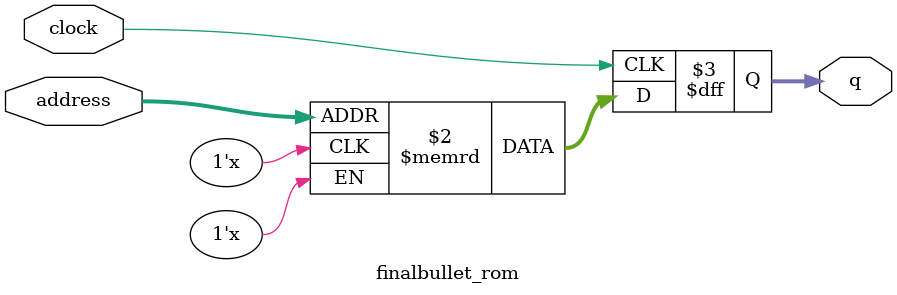
<source format=sv>
module finalbullet_rom (
	input logic clock,
	input logic [5:0] address,
	output logic [3:0] q
);

logic [3:0] memory [0:48] /* synthesis ram_init_file = "./finalbullet/finalbullet.mif" */;

always_ff @ (posedge clock) begin
	q <= memory[address];
end

endmodule

</source>
